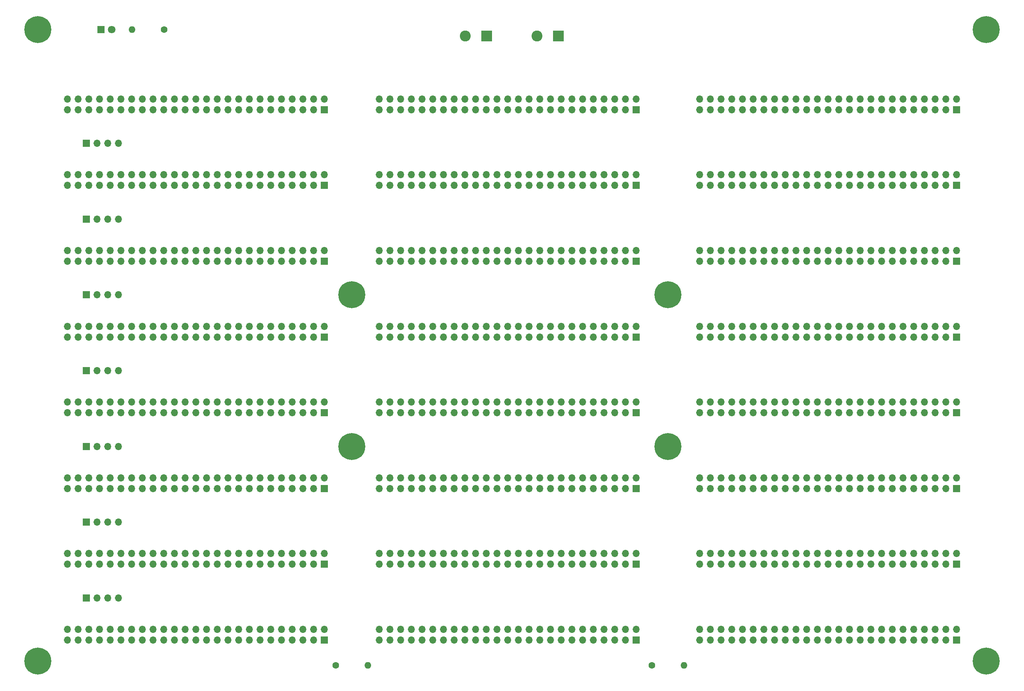
<source format=gbr>
%TF.GenerationSoftware,KiCad,Pcbnew,(6.0.11)*%
%TF.CreationDate,2023-08-30T13:08:58-04:00*%
%TF.ProjectId,backplane.8-slot,6261636b-706c-4616-9e65-2e382d736c6f,rev?*%
%TF.SameCoordinates,Original*%
%TF.FileFunction,Soldermask,Top*%
%TF.FilePolarity,Negative*%
%FSLAX46Y46*%
G04 Gerber Fmt 4.6, Leading zero omitted, Abs format (unit mm)*
G04 Created by KiCad (PCBNEW (6.0.11)) date 2023-08-30 13:08:58*
%MOMM*%
%LPD*%
G01*
G04 APERTURE LIST*
%ADD10R,1.700000X1.700000*%
%ADD11O,1.700000X1.700000*%
%ADD12C,6.400000*%
%ADD13R,1.800000X1.800000*%
%ADD14C,1.800000*%
%ADD15C,1.600000*%
%ADD16O,1.600000X1.600000*%
%ADD17R,2.600000X2.600000*%
%ADD18C,2.600000*%
G04 APERTURE END LIST*
D10*
%TO.C,J1*%
X108000000Y-220000000D03*
D11*
X108000000Y-217460000D03*
X105460000Y-220000000D03*
X105460000Y-217460000D03*
X102920000Y-220000000D03*
X102920000Y-217460000D03*
X100380000Y-220000000D03*
X100380000Y-217460000D03*
X97840000Y-220000000D03*
X97840000Y-217460000D03*
X95300000Y-220000000D03*
X95300000Y-217460000D03*
X92760000Y-220000000D03*
X92760000Y-217460000D03*
X90220000Y-220000000D03*
X90220000Y-217460000D03*
X87680000Y-220000000D03*
X87680000Y-217460000D03*
X85140000Y-220000000D03*
X85140000Y-217460000D03*
X82600000Y-220000000D03*
X82600000Y-217460000D03*
X80060000Y-220000000D03*
X80060000Y-217460000D03*
X77520000Y-220000000D03*
X77520000Y-217460000D03*
X74980000Y-220000000D03*
X74980000Y-217460000D03*
X72440000Y-220000000D03*
X72440000Y-217460000D03*
X69900000Y-220000000D03*
X69900000Y-217460000D03*
X67360000Y-220000000D03*
X67360000Y-217460000D03*
X64820000Y-220000000D03*
X64820000Y-217460000D03*
X62280000Y-220000000D03*
X62280000Y-217460000D03*
X59740000Y-220000000D03*
X59740000Y-217460000D03*
X57200000Y-220000000D03*
X57200000Y-217460000D03*
X54660000Y-220000000D03*
X54660000Y-217460000D03*
X52120000Y-220000000D03*
X52120000Y-217460000D03*
X49580000Y-220000000D03*
X49580000Y-217460000D03*
X47040000Y-220000000D03*
X47040000Y-217460000D03*
%TD*%
D10*
%TO.C,J3*%
X258000000Y-220000000D03*
D11*
X258000000Y-217460000D03*
X255460000Y-220000000D03*
X255460000Y-217460000D03*
X252920000Y-220000000D03*
X252920000Y-217460000D03*
X250380000Y-220000000D03*
X250380000Y-217460000D03*
X247840000Y-220000000D03*
X247840000Y-217460000D03*
X245300000Y-220000000D03*
X245300000Y-217460000D03*
X242760000Y-220000000D03*
X242760000Y-217460000D03*
X240220000Y-220000000D03*
X240220000Y-217460000D03*
X237680000Y-220000000D03*
X237680000Y-217460000D03*
X235140000Y-220000000D03*
X235140000Y-217460000D03*
X232600000Y-220000000D03*
X232600000Y-217460000D03*
X230060000Y-220000000D03*
X230060000Y-217460000D03*
X227520000Y-220000000D03*
X227520000Y-217460000D03*
X224980000Y-220000000D03*
X224980000Y-217460000D03*
X222440000Y-220000000D03*
X222440000Y-217460000D03*
X219900000Y-220000000D03*
X219900000Y-217460000D03*
X217360000Y-220000000D03*
X217360000Y-217460000D03*
X214820000Y-220000000D03*
X214820000Y-217460000D03*
X212280000Y-220000000D03*
X212280000Y-217460000D03*
X209740000Y-220000000D03*
X209740000Y-217460000D03*
X207200000Y-220000000D03*
X207200000Y-217460000D03*
X204660000Y-220000000D03*
X204660000Y-217460000D03*
X202120000Y-220000000D03*
X202120000Y-217460000D03*
X199580000Y-220000000D03*
X199580000Y-217460000D03*
X197040000Y-220000000D03*
X197040000Y-217460000D03*
%TD*%
D10*
%TO.C,J2*%
X182000000Y-220000000D03*
D11*
X182000000Y-217460000D03*
X179460000Y-220000000D03*
X179460000Y-217460000D03*
X176920000Y-220000000D03*
X176920000Y-217460000D03*
X174380000Y-220000000D03*
X174380000Y-217460000D03*
X171840000Y-220000000D03*
X171840000Y-217460000D03*
X169300000Y-220000000D03*
X169300000Y-217460000D03*
X166760000Y-220000000D03*
X166760000Y-217460000D03*
X164220000Y-220000000D03*
X164220000Y-217460000D03*
X161680000Y-220000000D03*
X161680000Y-217460000D03*
X159140000Y-220000000D03*
X159140000Y-217460000D03*
X156600000Y-220000000D03*
X156600000Y-217460000D03*
X154060000Y-220000000D03*
X154060000Y-217460000D03*
X151520000Y-220000000D03*
X151520000Y-217460000D03*
X148980000Y-220000000D03*
X148980000Y-217460000D03*
X146440000Y-220000000D03*
X146440000Y-217460000D03*
X143900000Y-220000000D03*
X143900000Y-217460000D03*
X141360000Y-220000000D03*
X141360000Y-217460000D03*
X138820000Y-220000000D03*
X138820000Y-217460000D03*
X136280000Y-220000000D03*
X136280000Y-217460000D03*
X133740000Y-220000000D03*
X133740000Y-217460000D03*
X131200000Y-220000000D03*
X131200000Y-217460000D03*
X128660000Y-220000000D03*
X128660000Y-217460000D03*
X126120000Y-220000000D03*
X126120000Y-217460000D03*
X123580000Y-220000000D03*
X123580000Y-217460000D03*
X121040000Y-220000000D03*
X121040000Y-217460000D03*
%TD*%
D12*
%TO.C,H1*%
X40000000Y-75000000D03*
%TD*%
%TO.C,H2*%
X265000000Y-75000000D03*
%TD*%
D10*
%TO.C,J4*%
X108000000Y-202000000D03*
D11*
X108000000Y-199460000D03*
X105460000Y-202000000D03*
X105460000Y-199460000D03*
X102920000Y-202000000D03*
X102920000Y-199460000D03*
X100380000Y-202000000D03*
X100380000Y-199460000D03*
X97840000Y-202000000D03*
X97840000Y-199460000D03*
X95300000Y-202000000D03*
X95300000Y-199460000D03*
X92760000Y-202000000D03*
X92760000Y-199460000D03*
X90220000Y-202000000D03*
X90220000Y-199460000D03*
X87680000Y-202000000D03*
X87680000Y-199460000D03*
X85140000Y-202000000D03*
X85140000Y-199460000D03*
X82600000Y-202000000D03*
X82600000Y-199460000D03*
X80060000Y-202000000D03*
X80060000Y-199460000D03*
X77520000Y-202000000D03*
X77520000Y-199460000D03*
X74980000Y-202000000D03*
X74980000Y-199460000D03*
X72440000Y-202000000D03*
X72440000Y-199460000D03*
X69900000Y-202000000D03*
X69900000Y-199460000D03*
X67360000Y-202000000D03*
X67360000Y-199460000D03*
X64820000Y-202000000D03*
X64820000Y-199460000D03*
X62280000Y-202000000D03*
X62280000Y-199460000D03*
X59740000Y-202000000D03*
X59740000Y-199460000D03*
X57200000Y-202000000D03*
X57200000Y-199460000D03*
X54660000Y-202000000D03*
X54660000Y-199460000D03*
X52120000Y-202000000D03*
X52120000Y-199460000D03*
X49580000Y-202000000D03*
X49580000Y-199460000D03*
X47040000Y-202000000D03*
X47040000Y-199460000D03*
%TD*%
D10*
%TO.C,J5*%
X182000000Y-202000000D03*
D11*
X182000000Y-199460000D03*
X179460000Y-202000000D03*
X179460000Y-199460000D03*
X176920000Y-202000000D03*
X176920000Y-199460000D03*
X174380000Y-202000000D03*
X174380000Y-199460000D03*
X171840000Y-202000000D03*
X171840000Y-199460000D03*
X169300000Y-202000000D03*
X169300000Y-199460000D03*
X166760000Y-202000000D03*
X166760000Y-199460000D03*
X164220000Y-202000000D03*
X164220000Y-199460000D03*
X161680000Y-202000000D03*
X161680000Y-199460000D03*
X159140000Y-202000000D03*
X159140000Y-199460000D03*
X156600000Y-202000000D03*
X156600000Y-199460000D03*
X154060000Y-202000000D03*
X154060000Y-199460000D03*
X151520000Y-202000000D03*
X151520000Y-199460000D03*
X148980000Y-202000000D03*
X148980000Y-199460000D03*
X146440000Y-202000000D03*
X146440000Y-199460000D03*
X143900000Y-202000000D03*
X143900000Y-199460000D03*
X141360000Y-202000000D03*
X141360000Y-199460000D03*
X138820000Y-202000000D03*
X138820000Y-199460000D03*
X136280000Y-202000000D03*
X136280000Y-199460000D03*
X133740000Y-202000000D03*
X133740000Y-199460000D03*
X131200000Y-202000000D03*
X131200000Y-199460000D03*
X128660000Y-202000000D03*
X128660000Y-199460000D03*
X126120000Y-202000000D03*
X126120000Y-199460000D03*
X123580000Y-202000000D03*
X123580000Y-199460000D03*
X121040000Y-202000000D03*
X121040000Y-199460000D03*
%TD*%
D10*
%TO.C,J6*%
X258000000Y-202000000D03*
D11*
X258000000Y-199460000D03*
X255460000Y-202000000D03*
X255460000Y-199460000D03*
X252920000Y-202000000D03*
X252920000Y-199460000D03*
X250380000Y-202000000D03*
X250380000Y-199460000D03*
X247840000Y-202000000D03*
X247840000Y-199460000D03*
X245300000Y-202000000D03*
X245300000Y-199460000D03*
X242760000Y-202000000D03*
X242760000Y-199460000D03*
X240220000Y-202000000D03*
X240220000Y-199460000D03*
X237680000Y-202000000D03*
X237680000Y-199460000D03*
X235140000Y-202000000D03*
X235140000Y-199460000D03*
X232600000Y-202000000D03*
X232600000Y-199460000D03*
X230060000Y-202000000D03*
X230060000Y-199460000D03*
X227520000Y-202000000D03*
X227520000Y-199460000D03*
X224980000Y-202000000D03*
X224980000Y-199460000D03*
X222440000Y-202000000D03*
X222440000Y-199460000D03*
X219900000Y-202000000D03*
X219900000Y-199460000D03*
X217360000Y-202000000D03*
X217360000Y-199460000D03*
X214820000Y-202000000D03*
X214820000Y-199460000D03*
X212280000Y-202000000D03*
X212280000Y-199460000D03*
X209740000Y-202000000D03*
X209740000Y-199460000D03*
X207200000Y-202000000D03*
X207200000Y-199460000D03*
X204660000Y-202000000D03*
X204660000Y-199460000D03*
X202120000Y-202000000D03*
X202120000Y-199460000D03*
X199580000Y-202000000D03*
X199580000Y-199460000D03*
X197040000Y-202000000D03*
X197040000Y-199460000D03*
%TD*%
D10*
%TO.C,J7*%
X108000000Y-184000000D03*
D11*
X108000000Y-181460000D03*
X105460000Y-184000000D03*
X105460000Y-181460000D03*
X102920000Y-184000000D03*
X102920000Y-181460000D03*
X100380000Y-184000000D03*
X100380000Y-181460000D03*
X97840000Y-184000000D03*
X97840000Y-181460000D03*
X95300000Y-184000000D03*
X95300000Y-181460000D03*
X92760000Y-184000000D03*
X92760000Y-181460000D03*
X90220000Y-184000000D03*
X90220000Y-181460000D03*
X87680000Y-184000000D03*
X87680000Y-181460000D03*
X85140000Y-184000000D03*
X85140000Y-181460000D03*
X82600000Y-184000000D03*
X82600000Y-181460000D03*
X80060000Y-184000000D03*
X80060000Y-181460000D03*
X77520000Y-184000000D03*
X77520000Y-181460000D03*
X74980000Y-184000000D03*
X74980000Y-181460000D03*
X72440000Y-184000000D03*
X72440000Y-181460000D03*
X69900000Y-184000000D03*
X69900000Y-181460000D03*
X67360000Y-184000000D03*
X67360000Y-181460000D03*
X64820000Y-184000000D03*
X64820000Y-181460000D03*
X62280000Y-184000000D03*
X62280000Y-181460000D03*
X59740000Y-184000000D03*
X59740000Y-181460000D03*
X57200000Y-184000000D03*
X57200000Y-181460000D03*
X54660000Y-184000000D03*
X54660000Y-181460000D03*
X52120000Y-184000000D03*
X52120000Y-181460000D03*
X49580000Y-184000000D03*
X49580000Y-181460000D03*
X47040000Y-184000000D03*
X47040000Y-181460000D03*
%TD*%
D10*
%TO.C,J8*%
X182000000Y-184000000D03*
D11*
X182000000Y-181460000D03*
X179460000Y-184000000D03*
X179460000Y-181460000D03*
X176920000Y-184000000D03*
X176920000Y-181460000D03*
X174380000Y-184000000D03*
X174380000Y-181460000D03*
X171840000Y-184000000D03*
X171840000Y-181460000D03*
X169300000Y-184000000D03*
X169300000Y-181460000D03*
X166760000Y-184000000D03*
X166760000Y-181460000D03*
X164220000Y-184000000D03*
X164220000Y-181460000D03*
X161680000Y-184000000D03*
X161680000Y-181460000D03*
X159140000Y-184000000D03*
X159140000Y-181460000D03*
X156600000Y-184000000D03*
X156600000Y-181460000D03*
X154060000Y-184000000D03*
X154060000Y-181460000D03*
X151520000Y-184000000D03*
X151520000Y-181460000D03*
X148980000Y-184000000D03*
X148980000Y-181460000D03*
X146440000Y-184000000D03*
X146440000Y-181460000D03*
X143900000Y-184000000D03*
X143900000Y-181460000D03*
X141360000Y-184000000D03*
X141360000Y-181460000D03*
X138820000Y-184000000D03*
X138820000Y-181460000D03*
X136280000Y-184000000D03*
X136280000Y-181460000D03*
X133740000Y-184000000D03*
X133740000Y-181460000D03*
X131200000Y-184000000D03*
X131200000Y-181460000D03*
X128660000Y-184000000D03*
X128660000Y-181460000D03*
X126120000Y-184000000D03*
X126120000Y-181460000D03*
X123580000Y-184000000D03*
X123580000Y-181460000D03*
X121040000Y-184000000D03*
X121040000Y-181460000D03*
%TD*%
D10*
%TO.C,J9*%
X258000000Y-184000000D03*
D11*
X258000000Y-181460000D03*
X255460000Y-184000000D03*
X255460000Y-181460000D03*
X252920000Y-184000000D03*
X252920000Y-181460000D03*
X250380000Y-184000000D03*
X250380000Y-181460000D03*
X247840000Y-184000000D03*
X247840000Y-181460000D03*
X245300000Y-184000000D03*
X245300000Y-181460000D03*
X242760000Y-184000000D03*
X242760000Y-181460000D03*
X240220000Y-184000000D03*
X240220000Y-181460000D03*
X237680000Y-184000000D03*
X237680000Y-181460000D03*
X235140000Y-184000000D03*
X235140000Y-181460000D03*
X232600000Y-184000000D03*
X232600000Y-181460000D03*
X230060000Y-184000000D03*
X230060000Y-181460000D03*
X227520000Y-184000000D03*
X227520000Y-181460000D03*
X224980000Y-184000000D03*
X224980000Y-181460000D03*
X222440000Y-184000000D03*
X222440000Y-181460000D03*
X219900000Y-184000000D03*
X219900000Y-181460000D03*
X217360000Y-184000000D03*
X217360000Y-181460000D03*
X214820000Y-184000000D03*
X214820000Y-181460000D03*
X212280000Y-184000000D03*
X212280000Y-181460000D03*
X209740000Y-184000000D03*
X209740000Y-181460000D03*
X207200000Y-184000000D03*
X207200000Y-181460000D03*
X204660000Y-184000000D03*
X204660000Y-181460000D03*
X202120000Y-184000000D03*
X202120000Y-181460000D03*
X199580000Y-184000000D03*
X199580000Y-181460000D03*
X197040000Y-184000000D03*
X197040000Y-181460000D03*
%TD*%
D10*
%TO.C,J10*%
X108000000Y-166000000D03*
D11*
X108000000Y-163460000D03*
X105460000Y-166000000D03*
X105460000Y-163460000D03*
X102920000Y-166000000D03*
X102920000Y-163460000D03*
X100380000Y-166000000D03*
X100380000Y-163460000D03*
X97840000Y-166000000D03*
X97840000Y-163460000D03*
X95300000Y-166000000D03*
X95300000Y-163460000D03*
X92760000Y-166000000D03*
X92760000Y-163460000D03*
X90220000Y-166000000D03*
X90220000Y-163460000D03*
X87680000Y-166000000D03*
X87680000Y-163460000D03*
X85140000Y-166000000D03*
X85140000Y-163460000D03*
X82600000Y-166000000D03*
X82600000Y-163460000D03*
X80060000Y-166000000D03*
X80060000Y-163460000D03*
X77520000Y-166000000D03*
X77520000Y-163460000D03*
X74980000Y-166000000D03*
X74980000Y-163460000D03*
X72440000Y-166000000D03*
X72440000Y-163460000D03*
X69900000Y-166000000D03*
X69900000Y-163460000D03*
X67360000Y-166000000D03*
X67360000Y-163460000D03*
X64820000Y-166000000D03*
X64820000Y-163460000D03*
X62280000Y-166000000D03*
X62280000Y-163460000D03*
X59740000Y-166000000D03*
X59740000Y-163460000D03*
X57200000Y-166000000D03*
X57200000Y-163460000D03*
X54660000Y-166000000D03*
X54660000Y-163460000D03*
X52120000Y-166000000D03*
X52120000Y-163460000D03*
X49580000Y-166000000D03*
X49580000Y-163460000D03*
X47040000Y-166000000D03*
X47040000Y-163460000D03*
%TD*%
D10*
%TO.C,J11*%
X182000000Y-166000000D03*
D11*
X182000000Y-163460000D03*
X179460000Y-166000000D03*
X179460000Y-163460000D03*
X176920000Y-166000000D03*
X176920000Y-163460000D03*
X174380000Y-166000000D03*
X174380000Y-163460000D03*
X171840000Y-166000000D03*
X171840000Y-163460000D03*
X169300000Y-166000000D03*
X169300000Y-163460000D03*
X166760000Y-166000000D03*
X166760000Y-163460000D03*
X164220000Y-166000000D03*
X164220000Y-163460000D03*
X161680000Y-166000000D03*
X161680000Y-163460000D03*
X159140000Y-166000000D03*
X159140000Y-163460000D03*
X156600000Y-166000000D03*
X156600000Y-163460000D03*
X154060000Y-166000000D03*
X154060000Y-163460000D03*
X151520000Y-166000000D03*
X151520000Y-163460000D03*
X148980000Y-166000000D03*
X148980000Y-163460000D03*
X146440000Y-166000000D03*
X146440000Y-163460000D03*
X143900000Y-166000000D03*
X143900000Y-163460000D03*
X141360000Y-166000000D03*
X141360000Y-163460000D03*
X138820000Y-166000000D03*
X138820000Y-163460000D03*
X136280000Y-166000000D03*
X136280000Y-163460000D03*
X133740000Y-166000000D03*
X133740000Y-163460000D03*
X131200000Y-166000000D03*
X131200000Y-163460000D03*
X128660000Y-166000000D03*
X128660000Y-163460000D03*
X126120000Y-166000000D03*
X126120000Y-163460000D03*
X123580000Y-166000000D03*
X123580000Y-163460000D03*
X121040000Y-166000000D03*
X121040000Y-163460000D03*
%TD*%
D10*
%TO.C,J12*%
X258000000Y-166000000D03*
D11*
X258000000Y-163460000D03*
X255460000Y-166000000D03*
X255460000Y-163460000D03*
X252920000Y-166000000D03*
X252920000Y-163460000D03*
X250380000Y-166000000D03*
X250380000Y-163460000D03*
X247840000Y-166000000D03*
X247840000Y-163460000D03*
X245300000Y-166000000D03*
X245300000Y-163460000D03*
X242760000Y-166000000D03*
X242760000Y-163460000D03*
X240220000Y-166000000D03*
X240220000Y-163460000D03*
X237680000Y-166000000D03*
X237680000Y-163460000D03*
X235140000Y-166000000D03*
X235140000Y-163460000D03*
X232600000Y-166000000D03*
X232600000Y-163460000D03*
X230060000Y-166000000D03*
X230060000Y-163460000D03*
X227520000Y-166000000D03*
X227520000Y-163460000D03*
X224980000Y-166000000D03*
X224980000Y-163460000D03*
X222440000Y-166000000D03*
X222440000Y-163460000D03*
X219900000Y-166000000D03*
X219900000Y-163460000D03*
X217360000Y-166000000D03*
X217360000Y-163460000D03*
X214820000Y-166000000D03*
X214820000Y-163460000D03*
X212280000Y-166000000D03*
X212280000Y-163460000D03*
X209740000Y-166000000D03*
X209740000Y-163460000D03*
X207200000Y-166000000D03*
X207200000Y-163460000D03*
X204660000Y-166000000D03*
X204660000Y-163460000D03*
X202120000Y-166000000D03*
X202120000Y-163460000D03*
X199580000Y-166000000D03*
X199580000Y-163460000D03*
X197040000Y-166000000D03*
X197040000Y-163460000D03*
%TD*%
D10*
%TO.C,J14*%
X182000000Y-148000000D03*
D11*
X182000000Y-145460000D03*
X179460000Y-148000000D03*
X179460000Y-145460000D03*
X176920000Y-148000000D03*
X176920000Y-145460000D03*
X174380000Y-148000000D03*
X174380000Y-145460000D03*
X171840000Y-148000000D03*
X171840000Y-145460000D03*
X169300000Y-148000000D03*
X169300000Y-145460000D03*
X166760000Y-148000000D03*
X166760000Y-145460000D03*
X164220000Y-148000000D03*
X164220000Y-145460000D03*
X161680000Y-148000000D03*
X161680000Y-145460000D03*
X159140000Y-148000000D03*
X159140000Y-145460000D03*
X156600000Y-148000000D03*
X156600000Y-145460000D03*
X154060000Y-148000000D03*
X154060000Y-145460000D03*
X151520000Y-148000000D03*
X151520000Y-145460000D03*
X148980000Y-148000000D03*
X148980000Y-145460000D03*
X146440000Y-148000000D03*
X146440000Y-145460000D03*
X143900000Y-148000000D03*
X143900000Y-145460000D03*
X141360000Y-148000000D03*
X141360000Y-145460000D03*
X138820000Y-148000000D03*
X138820000Y-145460000D03*
X136280000Y-148000000D03*
X136280000Y-145460000D03*
X133740000Y-148000000D03*
X133740000Y-145460000D03*
X131200000Y-148000000D03*
X131200000Y-145460000D03*
X128660000Y-148000000D03*
X128660000Y-145460000D03*
X126120000Y-148000000D03*
X126120000Y-145460000D03*
X123580000Y-148000000D03*
X123580000Y-145460000D03*
X121040000Y-148000000D03*
X121040000Y-145460000D03*
%TD*%
D10*
%TO.C,J15*%
X258000000Y-148000000D03*
D11*
X258000000Y-145460000D03*
X255460000Y-148000000D03*
X255460000Y-145460000D03*
X252920000Y-148000000D03*
X252920000Y-145460000D03*
X250380000Y-148000000D03*
X250380000Y-145460000D03*
X247840000Y-148000000D03*
X247840000Y-145460000D03*
X245300000Y-148000000D03*
X245300000Y-145460000D03*
X242760000Y-148000000D03*
X242760000Y-145460000D03*
X240220000Y-148000000D03*
X240220000Y-145460000D03*
X237680000Y-148000000D03*
X237680000Y-145460000D03*
X235140000Y-148000000D03*
X235140000Y-145460000D03*
X232600000Y-148000000D03*
X232600000Y-145460000D03*
X230060000Y-148000000D03*
X230060000Y-145460000D03*
X227520000Y-148000000D03*
X227520000Y-145460000D03*
X224980000Y-148000000D03*
X224980000Y-145460000D03*
X222440000Y-148000000D03*
X222440000Y-145460000D03*
X219900000Y-148000000D03*
X219900000Y-145460000D03*
X217360000Y-148000000D03*
X217360000Y-145460000D03*
X214820000Y-148000000D03*
X214820000Y-145460000D03*
X212280000Y-148000000D03*
X212280000Y-145460000D03*
X209740000Y-148000000D03*
X209740000Y-145460000D03*
X207200000Y-148000000D03*
X207200000Y-145460000D03*
X204660000Y-148000000D03*
X204660000Y-145460000D03*
X202120000Y-148000000D03*
X202120000Y-145460000D03*
X199580000Y-148000000D03*
X199580000Y-145460000D03*
X197040000Y-148000000D03*
X197040000Y-145460000D03*
%TD*%
D10*
%TO.C,J16*%
X108000000Y-130000000D03*
D11*
X108000000Y-127460000D03*
X105460000Y-130000000D03*
X105460000Y-127460000D03*
X102920000Y-130000000D03*
X102920000Y-127460000D03*
X100380000Y-130000000D03*
X100380000Y-127460000D03*
X97840000Y-130000000D03*
X97840000Y-127460000D03*
X95300000Y-130000000D03*
X95300000Y-127460000D03*
X92760000Y-130000000D03*
X92760000Y-127460000D03*
X90220000Y-130000000D03*
X90220000Y-127460000D03*
X87680000Y-130000000D03*
X87680000Y-127460000D03*
X85140000Y-130000000D03*
X85140000Y-127460000D03*
X82600000Y-130000000D03*
X82600000Y-127460000D03*
X80060000Y-130000000D03*
X80060000Y-127460000D03*
X77520000Y-130000000D03*
X77520000Y-127460000D03*
X74980000Y-130000000D03*
X74980000Y-127460000D03*
X72440000Y-130000000D03*
X72440000Y-127460000D03*
X69900000Y-130000000D03*
X69900000Y-127460000D03*
X67360000Y-130000000D03*
X67360000Y-127460000D03*
X64820000Y-130000000D03*
X64820000Y-127460000D03*
X62280000Y-130000000D03*
X62280000Y-127460000D03*
X59740000Y-130000000D03*
X59740000Y-127460000D03*
X57200000Y-130000000D03*
X57200000Y-127460000D03*
X54660000Y-130000000D03*
X54660000Y-127460000D03*
X52120000Y-130000000D03*
X52120000Y-127460000D03*
X49580000Y-130000000D03*
X49580000Y-127460000D03*
X47040000Y-130000000D03*
X47040000Y-127460000D03*
%TD*%
D10*
%TO.C,J17*%
X182000000Y-130000000D03*
D11*
X182000000Y-127460000D03*
X179460000Y-130000000D03*
X179460000Y-127460000D03*
X176920000Y-130000000D03*
X176920000Y-127460000D03*
X174380000Y-130000000D03*
X174380000Y-127460000D03*
X171840000Y-130000000D03*
X171840000Y-127460000D03*
X169300000Y-130000000D03*
X169300000Y-127460000D03*
X166760000Y-130000000D03*
X166760000Y-127460000D03*
X164220000Y-130000000D03*
X164220000Y-127460000D03*
X161680000Y-130000000D03*
X161680000Y-127460000D03*
X159140000Y-130000000D03*
X159140000Y-127460000D03*
X156600000Y-130000000D03*
X156600000Y-127460000D03*
X154060000Y-130000000D03*
X154060000Y-127460000D03*
X151520000Y-130000000D03*
X151520000Y-127460000D03*
X148980000Y-130000000D03*
X148980000Y-127460000D03*
X146440000Y-130000000D03*
X146440000Y-127460000D03*
X143900000Y-130000000D03*
X143900000Y-127460000D03*
X141360000Y-130000000D03*
X141360000Y-127460000D03*
X138820000Y-130000000D03*
X138820000Y-127460000D03*
X136280000Y-130000000D03*
X136280000Y-127460000D03*
X133740000Y-130000000D03*
X133740000Y-127460000D03*
X131200000Y-130000000D03*
X131200000Y-127460000D03*
X128660000Y-130000000D03*
X128660000Y-127460000D03*
X126120000Y-130000000D03*
X126120000Y-127460000D03*
X123580000Y-130000000D03*
X123580000Y-127460000D03*
X121040000Y-130000000D03*
X121040000Y-127460000D03*
%TD*%
D10*
%TO.C,J18*%
X258000000Y-130000000D03*
D11*
X258000000Y-127460000D03*
X255460000Y-130000000D03*
X255460000Y-127460000D03*
X252920000Y-130000000D03*
X252920000Y-127460000D03*
X250380000Y-130000000D03*
X250380000Y-127460000D03*
X247840000Y-130000000D03*
X247840000Y-127460000D03*
X245300000Y-130000000D03*
X245300000Y-127460000D03*
X242760000Y-130000000D03*
X242760000Y-127460000D03*
X240220000Y-130000000D03*
X240220000Y-127460000D03*
X237680000Y-130000000D03*
X237680000Y-127460000D03*
X235140000Y-130000000D03*
X235140000Y-127460000D03*
X232600000Y-130000000D03*
X232600000Y-127460000D03*
X230060000Y-130000000D03*
X230060000Y-127460000D03*
X227520000Y-130000000D03*
X227520000Y-127460000D03*
X224980000Y-130000000D03*
X224980000Y-127460000D03*
X222440000Y-130000000D03*
X222440000Y-127460000D03*
X219900000Y-130000000D03*
X219900000Y-127460000D03*
X217360000Y-130000000D03*
X217360000Y-127460000D03*
X214820000Y-130000000D03*
X214820000Y-127460000D03*
X212280000Y-130000000D03*
X212280000Y-127460000D03*
X209740000Y-130000000D03*
X209740000Y-127460000D03*
X207200000Y-130000000D03*
X207200000Y-127460000D03*
X204660000Y-130000000D03*
X204660000Y-127460000D03*
X202120000Y-130000000D03*
X202120000Y-127460000D03*
X199580000Y-130000000D03*
X199580000Y-127460000D03*
X197040000Y-130000000D03*
X197040000Y-127460000D03*
%TD*%
D10*
%TO.C,J19*%
X108000000Y-112000000D03*
D11*
X108000000Y-109460000D03*
X105460000Y-112000000D03*
X105460000Y-109460000D03*
X102920000Y-112000000D03*
X102920000Y-109460000D03*
X100380000Y-112000000D03*
X100380000Y-109460000D03*
X97840000Y-112000000D03*
X97840000Y-109460000D03*
X95300000Y-112000000D03*
X95300000Y-109460000D03*
X92760000Y-112000000D03*
X92760000Y-109460000D03*
X90220000Y-112000000D03*
X90220000Y-109460000D03*
X87680000Y-112000000D03*
X87680000Y-109460000D03*
X85140000Y-112000000D03*
X85140000Y-109460000D03*
X82600000Y-112000000D03*
X82600000Y-109460000D03*
X80060000Y-112000000D03*
X80060000Y-109460000D03*
X77520000Y-112000000D03*
X77520000Y-109460000D03*
X74980000Y-112000000D03*
X74980000Y-109460000D03*
X72440000Y-112000000D03*
X72440000Y-109460000D03*
X69900000Y-112000000D03*
X69900000Y-109460000D03*
X67360000Y-112000000D03*
X67360000Y-109460000D03*
X64820000Y-112000000D03*
X64820000Y-109460000D03*
X62280000Y-112000000D03*
X62280000Y-109460000D03*
X59740000Y-112000000D03*
X59740000Y-109460000D03*
X57200000Y-112000000D03*
X57200000Y-109460000D03*
X54660000Y-112000000D03*
X54660000Y-109460000D03*
X52120000Y-112000000D03*
X52120000Y-109460000D03*
X49580000Y-112000000D03*
X49580000Y-109460000D03*
X47040000Y-112000000D03*
X47040000Y-109460000D03*
%TD*%
D10*
%TO.C,J20*%
X182000000Y-112000000D03*
D11*
X182000000Y-109460000D03*
X179460000Y-112000000D03*
X179460000Y-109460000D03*
X176920000Y-112000000D03*
X176920000Y-109460000D03*
X174380000Y-112000000D03*
X174380000Y-109460000D03*
X171840000Y-112000000D03*
X171840000Y-109460000D03*
X169300000Y-112000000D03*
X169300000Y-109460000D03*
X166760000Y-112000000D03*
X166760000Y-109460000D03*
X164220000Y-112000000D03*
X164220000Y-109460000D03*
X161680000Y-112000000D03*
X161680000Y-109460000D03*
X159140000Y-112000000D03*
X159140000Y-109460000D03*
X156600000Y-112000000D03*
X156600000Y-109460000D03*
X154060000Y-112000000D03*
X154060000Y-109460000D03*
X151520000Y-112000000D03*
X151520000Y-109460000D03*
X148980000Y-112000000D03*
X148980000Y-109460000D03*
X146440000Y-112000000D03*
X146440000Y-109460000D03*
X143900000Y-112000000D03*
X143900000Y-109460000D03*
X141360000Y-112000000D03*
X141360000Y-109460000D03*
X138820000Y-112000000D03*
X138820000Y-109460000D03*
X136280000Y-112000000D03*
X136280000Y-109460000D03*
X133740000Y-112000000D03*
X133740000Y-109460000D03*
X131200000Y-112000000D03*
X131200000Y-109460000D03*
X128660000Y-112000000D03*
X128660000Y-109460000D03*
X126120000Y-112000000D03*
X126120000Y-109460000D03*
X123580000Y-112000000D03*
X123580000Y-109460000D03*
X121040000Y-112000000D03*
X121040000Y-109460000D03*
%TD*%
D10*
%TO.C,J21*%
X258000000Y-112000000D03*
D11*
X258000000Y-109460000D03*
X255460000Y-112000000D03*
X255460000Y-109460000D03*
X252920000Y-112000000D03*
X252920000Y-109460000D03*
X250380000Y-112000000D03*
X250380000Y-109460000D03*
X247840000Y-112000000D03*
X247840000Y-109460000D03*
X245300000Y-112000000D03*
X245300000Y-109460000D03*
X242760000Y-112000000D03*
X242760000Y-109460000D03*
X240220000Y-112000000D03*
X240220000Y-109460000D03*
X237680000Y-112000000D03*
X237680000Y-109460000D03*
X235140000Y-112000000D03*
X235140000Y-109460000D03*
X232600000Y-112000000D03*
X232600000Y-109460000D03*
X230060000Y-112000000D03*
X230060000Y-109460000D03*
X227520000Y-112000000D03*
X227520000Y-109460000D03*
X224980000Y-112000000D03*
X224980000Y-109460000D03*
X222440000Y-112000000D03*
X222440000Y-109460000D03*
X219900000Y-112000000D03*
X219900000Y-109460000D03*
X217360000Y-112000000D03*
X217360000Y-109460000D03*
X214820000Y-112000000D03*
X214820000Y-109460000D03*
X212280000Y-112000000D03*
X212280000Y-109460000D03*
X209740000Y-112000000D03*
X209740000Y-109460000D03*
X207200000Y-112000000D03*
X207200000Y-109460000D03*
X204660000Y-112000000D03*
X204660000Y-109460000D03*
X202120000Y-112000000D03*
X202120000Y-109460000D03*
X199580000Y-112000000D03*
X199580000Y-109460000D03*
X197040000Y-112000000D03*
X197040000Y-109460000D03*
%TD*%
D10*
%TO.C,J22*%
X108000000Y-94000000D03*
D11*
X108000000Y-91460000D03*
X105460000Y-94000000D03*
X105460000Y-91460000D03*
X102920000Y-94000000D03*
X102920000Y-91460000D03*
X100380000Y-94000000D03*
X100380000Y-91460000D03*
X97840000Y-94000000D03*
X97840000Y-91460000D03*
X95300000Y-94000000D03*
X95300000Y-91460000D03*
X92760000Y-94000000D03*
X92760000Y-91460000D03*
X90220000Y-94000000D03*
X90220000Y-91460000D03*
X87680000Y-94000000D03*
X87680000Y-91460000D03*
X85140000Y-94000000D03*
X85140000Y-91460000D03*
X82600000Y-94000000D03*
X82600000Y-91460000D03*
X80060000Y-94000000D03*
X80060000Y-91460000D03*
X77520000Y-94000000D03*
X77520000Y-91460000D03*
X74980000Y-94000000D03*
X74980000Y-91460000D03*
X72440000Y-94000000D03*
X72440000Y-91460000D03*
X69900000Y-94000000D03*
X69900000Y-91460000D03*
X67360000Y-94000000D03*
X67360000Y-91460000D03*
X64820000Y-94000000D03*
X64820000Y-91460000D03*
X62280000Y-94000000D03*
X62280000Y-91460000D03*
X59740000Y-94000000D03*
X59740000Y-91460000D03*
X57200000Y-94000000D03*
X57200000Y-91460000D03*
X54660000Y-94000000D03*
X54660000Y-91460000D03*
X52120000Y-94000000D03*
X52120000Y-91460000D03*
X49580000Y-94000000D03*
X49580000Y-91460000D03*
X47040000Y-94000000D03*
X47040000Y-91460000D03*
%TD*%
D10*
%TO.C,J23*%
X182000000Y-94000000D03*
D11*
X182000000Y-91460000D03*
X179460000Y-94000000D03*
X179460000Y-91460000D03*
X176920000Y-94000000D03*
X176920000Y-91460000D03*
X174380000Y-94000000D03*
X174380000Y-91460000D03*
X171840000Y-94000000D03*
X171840000Y-91460000D03*
X169300000Y-94000000D03*
X169300000Y-91460000D03*
X166760000Y-94000000D03*
X166760000Y-91460000D03*
X164220000Y-94000000D03*
X164220000Y-91460000D03*
X161680000Y-94000000D03*
X161680000Y-91460000D03*
X159140000Y-94000000D03*
X159140000Y-91460000D03*
X156600000Y-94000000D03*
X156600000Y-91460000D03*
X154060000Y-94000000D03*
X154060000Y-91460000D03*
X151520000Y-94000000D03*
X151520000Y-91460000D03*
X148980000Y-94000000D03*
X148980000Y-91460000D03*
X146440000Y-94000000D03*
X146440000Y-91460000D03*
X143900000Y-94000000D03*
X143900000Y-91460000D03*
X141360000Y-94000000D03*
X141360000Y-91460000D03*
X138820000Y-94000000D03*
X138820000Y-91460000D03*
X136280000Y-94000000D03*
X136280000Y-91460000D03*
X133740000Y-94000000D03*
X133740000Y-91460000D03*
X131200000Y-94000000D03*
X131200000Y-91460000D03*
X128660000Y-94000000D03*
X128660000Y-91460000D03*
X126120000Y-94000000D03*
X126120000Y-91460000D03*
X123580000Y-94000000D03*
X123580000Y-91460000D03*
X121040000Y-94000000D03*
X121040000Y-91460000D03*
%TD*%
D10*
%TO.C,J24*%
X258000000Y-94000000D03*
D11*
X258000000Y-91460000D03*
X255460000Y-94000000D03*
X255460000Y-91460000D03*
X252920000Y-94000000D03*
X252920000Y-91460000D03*
X250380000Y-94000000D03*
X250380000Y-91460000D03*
X247840000Y-94000000D03*
X247840000Y-91460000D03*
X245300000Y-94000000D03*
X245300000Y-91460000D03*
X242760000Y-94000000D03*
X242760000Y-91460000D03*
X240220000Y-94000000D03*
X240220000Y-91460000D03*
X237680000Y-94000000D03*
X237680000Y-91460000D03*
X235140000Y-94000000D03*
X235140000Y-91460000D03*
X232600000Y-94000000D03*
X232600000Y-91460000D03*
X230060000Y-94000000D03*
X230060000Y-91460000D03*
X227520000Y-94000000D03*
X227520000Y-91460000D03*
X224980000Y-94000000D03*
X224980000Y-91460000D03*
X222440000Y-94000000D03*
X222440000Y-91460000D03*
X219900000Y-94000000D03*
X219900000Y-91460000D03*
X217360000Y-94000000D03*
X217360000Y-91460000D03*
X214820000Y-94000000D03*
X214820000Y-91460000D03*
X212280000Y-94000000D03*
X212280000Y-91460000D03*
X209740000Y-94000000D03*
X209740000Y-91460000D03*
X207200000Y-94000000D03*
X207200000Y-91460000D03*
X204660000Y-94000000D03*
X204660000Y-91460000D03*
X202120000Y-94000000D03*
X202120000Y-91460000D03*
X199580000Y-94000000D03*
X199580000Y-91460000D03*
X197040000Y-94000000D03*
X197040000Y-91460000D03*
%TD*%
D10*
%TO.C,J13*%
X108000000Y-148000000D03*
D11*
X108000000Y-145460000D03*
X105460000Y-148000000D03*
X105460000Y-145460000D03*
X102920000Y-148000000D03*
X102920000Y-145460000D03*
X100380000Y-148000000D03*
X100380000Y-145460000D03*
X97840000Y-148000000D03*
X97840000Y-145460000D03*
X95300000Y-148000000D03*
X95300000Y-145460000D03*
X92760000Y-148000000D03*
X92760000Y-145460000D03*
X90220000Y-148000000D03*
X90220000Y-145460000D03*
X87680000Y-148000000D03*
X87680000Y-145460000D03*
X85140000Y-148000000D03*
X85140000Y-145460000D03*
X82600000Y-148000000D03*
X82600000Y-145460000D03*
X80060000Y-148000000D03*
X80060000Y-145460000D03*
X77520000Y-148000000D03*
X77520000Y-145460000D03*
X74980000Y-148000000D03*
X74980000Y-145460000D03*
X72440000Y-148000000D03*
X72440000Y-145460000D03*
X69900000Y-148000000D03*
X69900000Y-145460000D03*
X67360000Y-148000000D03*
X67360000Y-145460000D03*
X64820000Y-148000000D03*
X64820000Y-145460000D03*
X62280000Y-148000000D03*
X62280000Y-145460000D03*
X59740000Y-148000000D03*
X59740000Y-145460000D03*
X57200000Y-148000000D03*
X57200000Y-145460000D03*
X54660000Y-148000000D03*
X54660000Y-145460000D03*
X52120000Y-148000000D03*
X52120000Y-145460000D03*
X49580000Y-148000000D03*
X49580000Y-145460000D03*
X47040000Y-148000000D03*
X47040000Y-145460000D03*
%TD*%
D12*
%TO.C,H3*%
X265000000Y-225000000D03*
%TD*%
%TO.C,H4*%
X40000000Y-225000000D03*
%TD*%
D10*
%TO.C,P1*%
X51500000Y-210000000D03*
D11*
X54040000Y-210000000D03*
X56580000Y-210000000D03*
X59120000Y-210000000D03*
%TD*%
D10*
%TO.C,P2*%
X51500000Y-192000000D03*
D11*
X54040000Y-192000000D03*
X56580000Y-192000000D03*
X59120000Y-192000000D03*
%TD*%
D10*
%TO.C,P4*%
X51500000Y-156000000D03*
D11*
X54040000Y-156000000D03*
X56580000Y-156000000D03*
X59120000Y-156000000D03*
%TD*%
D10*
%TO.C,P5*%
X51500000Y-138000000D03*
D11*
X54040000Y-138000000D03*
X56580000Y-138000000D03*
X59120000Y-138000000D03*
%TD*%
D10*
%TO.C,P6*%
X51500000Y-120000000D03*
D11*
X54040000Y-120000000D03*
X56580000Y-120000000D03*
X59120000Y-120000000D03*
%TD*%
D10*
%TO.C,P3*%
X51500000Y-174000000D03*
D11*
X54040000Y-174000000D03*
X56580000Y-174000000D03*
X59120000Y-174000000D03*
%TD*%
D13*
%TO.C,D5*%
X55000000Y-75000000D03*
D14*
X57540000Y-75000000D03*
%TD*%
D15*
%TO.C,R6*%
X70000000Y-75000000D03*
D16*
X62380000Y-75000000D03*
%TD*%
D17*
%TO.C,T1*%
X146500000Y-76500000D03*
D18*
X141420000Y-76500000D03*
%TD*%
D17*
%TO.C,T2*%
X163500000Y-76500000D03*
D18*
X158420000Y-76500000D03*
%TD*%
D10*
%TO.C,P7*%
X51500000Y-102000000D03*
D11*
X54040000Y-102000000D03*
X56580000Y-102000000D03*
X59120000Y-102000000D03*
%TD*%
D15*
%TO.C,R2*%
X110690000Y-226000000D03*
D16*
X118310000Y-226000000D03*
%TD*%
D12*
%TO.C,H5*%
X114500000Y-138000000D03*
%TD*%
%TO.C,H8*%
X114500000Y-174000000D03*
%TD*%
%TO.C,H6*%
X189500000Y-138000000D03*
%TD*%
%TO.C,H7*%
X189500000Y-174000000D03*
%TD*%
D15*
%TO.C,R1*%
X185690000Y-226000000D03*
D16*
X193310000Y-226000000D03*
%TD*%
M02*

</source>
